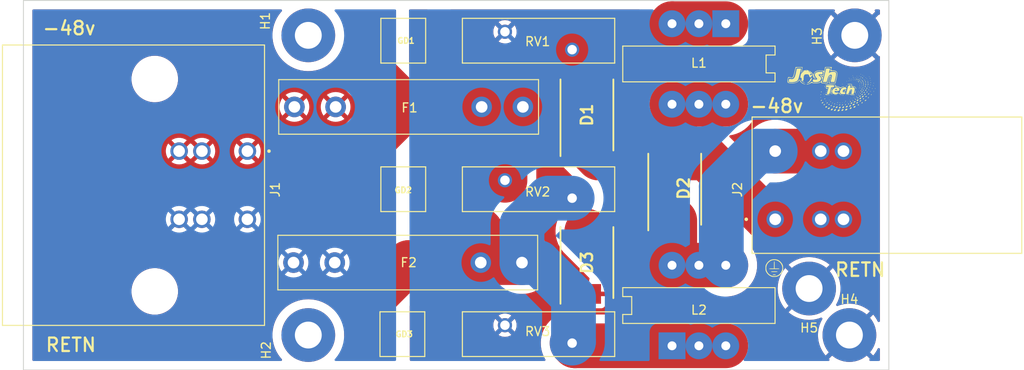
<source format=kicad_pcb>
(kicad_pcb (version 20211014) (generator pcbnew)
  (layers (0 "F.Cu" signal) (31 "B.Cu" signal) (34 "B.Paste" user) (35 "F.Paste" user) (36 "B.SilkS" user "B.Silkscreen") (37 "F.SilkS" user "F.Silkscreen") (38 "B.Mask" user) (39 "F.Mask" user) (44 "Edge.Cuts" user))
  (net 0 "")
  (net 1 "Net-(D1-Pad1)")
  (net 2 "Earth")
  (net 3 "Net-(D2-Pad1)")
  (net 4 "Net-(F1-Pad1)")
  (net 5 "Net-(F1-Pad2)")
  (net 6 "Net-(F2-Pad1)")
  (net 7 "Net-(F2-Pad2)")
  (footprint "V100ZA15P:VARRB750W81L1700T500H2250" (layer "F.Cu") (at 114.5 65.6)
    (fp_text reference "RV1" (at -0.1 0.1 180) (layer "F.SilkS"))
    (fp_text value "V100ZA15P" hide)
    (pad "1" thru_hole circle locked (at -3.75 -1) (size 1.59 1.59) (drill 1.06) (layers *.Cu *.Mask) (net 2 "Earth"))
    (pad "2" thru_hole circle locked (at 3.75 1) (size 1.59 1.59) (drill 1.06) (layers *.Cu *.Mask) (net 5 "Net-(F1-Pad2)"))
  )
  (footprint "PDU:GND" (layer "F.Cu") (at 140.8 91)
    (fp_text reference "G***" hide)
    (fp_text value "LOGO" hide)
  )
  (footprint "B88069X4760T902:MOV_B88069X4760T902" (layer "F.Cu") (at 99.4 82.2 180)
    (fp_text reference "GD2" (at 0 -0.1) (layer "F.SilkS") (effects (font (size 0.64 0.64))))
    (fp_text value "	B88069X4760T902" hide)
    (pad "1" smd rect (at -4 0 180) (size 1.8 5.8) (layers "F.Cu" "F.Paste" "F.Mask") (net 7 "Net-(F2-Pad2)"))
    (pad "3" smd rect (at 4 0 180) (size 1.8 5.8) (layers "F.Cu" "F.Paste" "F.Mask") (net 5 "Net-(F1-Pad2)"))
  )
  (footprint "V100ZA15P:VARRB750W81L1700T500H2250" (layer "F.Cu") (at 114.5 98.4 180)
    (fp_text reference "RV3" (at 0.1 0.3) (layer "F.SilkS"))
    (fp_text value "V100ZA15P" hide)
    (pad "1" thru_hole circle locked (at -3.75 -1 180) (size 1.59 1.59) (drill 1.06) (layers *.Cu *.Mask) (net 7 "Net-(F2-Pad2)"))
    (pad "2" thru_hole circle locked (at 3.75 1 180) (size 1.59 1.59) (drill 1.06) (layers *.Cu *.Mask) (net 2 "Earth"))
  )
  (footprint "PDU:EE16-SS-1" (layer "F.Cu") (at 132.4 95.2 180)
    (fp_text reference "L2" (at 0 -0.5 unlocked) (layer "F.SilkS"))
    (fp_text value "L" hide)
    (pad "1" thru_hole circle (at 0 -4.5 180) (size 3 3) (drill 1) (layers *.Cu *.Mask) (net 7 "Net-(F2-Pad2)"))
    (pad "1" thru_hole circle (at -3 -4.5 180) (size 3 3) (drill 1) (layers *.Cu *.Mask) (net 7 "Net-(F2-Pad2)"))
    (pad "1" thru_hole rect (at 3 -4.5 180) (size 3 3) (drill 1) (layers *.Cu *.Mask) (net 7 "Net-(F2-Pad2)"))
    (pad "2" thru_hole circle (at 3 4.5 180) (size 3 3) (drill 1) (layers *.Cu *.Mask) (net 3 "Net-(D2-Pad1)"))
    (pad "2" thru_hole circle (at -3 4.5 180) (size 3 3) (drill 1) (layers *.Cu *.Mask) (net 3 "Net-(D2-Pad1)"))
    (pad "2" thru_hole circle (at 0 4.5 180) (size 3 3) (drill 1) (layers *.Cu *.Mask) (net 3 "Net-(D2-Pad1)"))
  )
  (footprint "B88069X4760T902:MOV_B88069X4760T902" (layer "F.Cu") (at 99.4 65.6)
    (fp_text reference "GD1" (at 0.3 0) (layer "F.SilkS") (effects (font (size 0.64 0.64))))
    (fp_text value "	B88069X4760T902" hide)
    (pad "1" smd rect (at -4 0) (size 1.8 5.8) (layers "F.Cu" "F.Paste" "F.Mask") (net 5 "Net-(F1-Pad2)"))
    (pad "3" smd rect (at 4 0) (size 1.8 5.8) (layers "F.Cu" "F.Paste" "F.Mask") (net 2 "Earth"))
  )
  (footprint "Fuse:Fuseholder_Littelfuse_100_series_5x25mm" (layer "F.Cu") (at 87.15 90.4)
    (fp_text reference "F2" (at 12.85 0 unlocked) (layer "F.SilkS"))
    (fp_text value "20A")
    (pad "1" thru_hole circle (at 0 0) (size 2.3 2.3) (drill 1.3) (layers *.Cu *.Mask) (net 6 "Net-(F2-Pad1)"))
    (pad "1" thru_hole circle (at 4.6 0) (size 2.3 2.3) (drill 1.3) (layers *.Cu *.Mask) (net 6 "Net-(F2-Pad1)"))
    (pad "2" thru_hole circle (at 20.9 0) (size 2.3 2.3) (drill 1.3) (layers *.Cu *.Mask) (net 7 "Net-(F2-Pad2)"))
    (pad "2" thru_hole circle (at 25.5 0) (size 2.3 2.3) (drill 1.3) (layers *.Cu *.Mask) (net 7 "Net-(F2-Pad2)"))
  )
  (footprint "1720796:PHOENIX_1720796" (layer "F.Cu") (at 54.6625 66.08 -90)
    (fp_text reference "J1" (at 16.17 -30.4375 -90) (layer "F.SilkS"))
    (fp_text value "1720796" hide)
    (pad "" np_thru_hole circle locked (at 27.54 -17 270) (size 3.2 3.2) (drill 3.2) (layers *.Cu *.Mask))
    (pad "" np_thru_hole circle locked (at 3.8 -17 270) (size 3.2 3.2) (drill 3.2) (layers *.Cu *.Mask))
    (pad "1_1" thru_hole circle locked (at 11.86 -27.34 270) (size 1.95 1.95) (drill 1.3) (layers *.Cu *.Mask) (net 4 "Net-(F1-Pad1)"))
    (pad "1_2" thru_hole circle locked (at 11.86 -22.26 270) (size 1.95 1.95) (drill 1.3) (layers *.Cu *.Mask) (net 4 "Net-(F1-Pad1)"))
    (pad "1_3" thru_hole circle locked (at 11.86 -19.72 270) (size 1.95 1.95) (drill 1.3) (layers *.Cu *.Mask) (net 4 "Net-(F1-Pad1)"))
    (pad "2_1" thru_hole circle locked (at 19.48 -27.34 270) (size 1.95 1.95) (drill 1.3) (layers *.Cu *.Mask) (net 6 "Net-(F2-Pad1)"))
    (pad "2_2" thru_hole circle locked (at 19.48 -22.26 270) (size 1.95 1.95) (drill 1.3) (layers *.Cu *.Mask) (net 6 "Net-(F2-Pad1)"))
    (pad "2_3" thru_hole circle locked (at 19.48 -19.72 270) (size 1.95 1.95) (drill 1.3) (layers *.Cu *.Mask) (net 6 "Net-(F2-Pad1)"))
  )
  (footprint "V100ZA15P:VARRB750W81L1700T500H2250" (layer "F.Cu") (at 114.5 82.2)
    (fp_text reference "RV2" (at -0.1 0.3) (layer "F.SilkS"))
    (fp_text value "V100ZA15P" hide)
    (pad "1" thru_hole circle locked (at -3.75 -1) (size 1.59 1.59) (drill 1.06) (layers *.Cu *.Mask) (net 5 "Net-(F1-Pad2)"))
    (pad "2" thru_hole circle locked (at 3.75 1) (size 1.59 1.59) (drill 1.06) (layers *.Cu *.Mask) (net 7 "Net-(F2-Pad2)"))
  )
  (footprint "B88069X4760T902:MOV_B88069X4760T902" (layer "F.Cu") (at 99.3 98.4 180)
    (fp_text reference "GD3" (at -0.2 0) (layer "F.SilkS") (effects (font (size 0.64 0.64))))
    (fp_text value "	B88069X4760T902" hide)
    (pad "1" smd rect (at -4 0 180) (size 1.8 5.8) (layers "F.Cu" "F.Paste" "F.Mask") (net 2 "Earth"))
    (pad "3" smd rect (at 4 0 180) (size 1.8 5.8) (layers "F.Cu" "F.Paste" "F.Mask") (net 7 "Net-(F2-Pad2)"))
  )
  (footprint "MountingHole:MountingHole_3mm_Pad_TopBottom" (layer "F.Cu") (at 144.7 93.3)
    (fp_text reference "H5" (at 0 4.4 180) (layer "F.SilkS"))
    (fp_text value "MountingHole_Pad" hide)
    (pad "1" connect circle (at 0 0) (size 6 6) (layers "B.Cu" "B.Mask") (net 2 "Earth"))
    (pad "1" connect circle (at 0 0) (size 6 6) (layers "F.Cu" "F.Mask") (net 2 "Earth"))
    (pad "1" thru_hole circle (at 0 0) (size 3.4 3.4) (drill 3) (layers *.Cu *.Mask) (net 2 "Earth"))
  )
  (footprint "MountingHole:MountingHole_3mm_Pad_TopBottom" (layer "F.Cu") (at 149.8 65)
    (fp_text reference "H3" (at -4.2 0.1 90) (layer "F.SilkS"))
    (fp_text value "MountingHole_Pad" hide)
    (pad "1" connect circle locked (at 0 0) (size 6 6) (layers "F.Cu" "F.Mask") (net 2 "Earth"))
    (pad "1" thru_hole circle locked (at 0 0) (size 3.4 3.4) (drill 3) (layers *.Cu *.Mask) (net 2 "Earth"))
    (pad "1" connect circle locked (at 0 0) (size 6 6) (layers "B.Cu" "B.Mask") (net 2 "Earth"))
  )
  (footprint "MountingHole:MountingHole_3mm_Pad_TopBottom" (layer "F.Cu") (at 149.2 98.5)
    (fp_text reference "H4" (at 0 -4) (layer "F.SilkS"))
    (fp_text value "MountingHole_Pad" hide)
    (pad "1" thru_hole circle locked (at 0 0) (size 3.4 3.4) (drill 3) (layers *.Cu *.Mask) (net 2 "Earth"))
    (pad "1" connect circle locked (at 0 0) (size 6 6) (layers "F.Cu" "F.Mask") (net 2 "Earth"))
    (pad "1" connect circle locked (at 0 0) (size 6 6) (layers "B.Cu" "B.Mask") (net 2 "Earth"))
  )
  (footprint "Fuse:Fuseholder_Littelfuse_100_series_5x25mm" (layer "F.Cu") (at 87.25 73)
    (fp_text reference "F1" (at 12.85 0.1 unlocked) (layer "F.SilkS"))
    (fp_text value "20A")
    (pad "1" thru_hole circle (at 0 0) (size 2.3 2.3) (drill 1.3) (layers *.Cu *.Mask) (net 4 "Net-(F1-Pad1)"))
    (pad "1" thru_hole circle (at 4.6 0) (size 2.3 2.3) (drill 1.3) (layers *.Cu *.Mask) (net 4 "Net-(F1-Pad1)"))
    (pad "2" thru_hole circle (at 25.5 0) (size 2.3 2.3) (drill 1.3) (layers *.Cu *.Mask) (net 5 "Net-(F1-Pad2)"))
    (pad "2" thru_hole circle (at 20.9 0) (size 2.3 2.3) (drill 1.3) (layers *.Cu *.Mask) (net 5 "Net-(F1-Pad2)"))
  )
  (footprint "5.0SMDJ75A:DIOM7959X262N" (layer "F.Cu") (at 119.9 73.9 90)
    (fp_text reference "D1" (at 0 0 90) (layer "F.SilkS") (effects (font (size 1.27 1.27) (thickness 0.254))))
    (fp_text value "5.0SMDJ75A" hide)
    (pad "1" smd rect locked (at -3.5 0 90) (size 2.2 3.15) (layers "F.Cu" "F.Paste" "F.Mask") (net 1 "Net-(D1-Pad1)"))
    (pad "2" smd rect locked (at 3.5 0 90) (size 2.2 3.15) (layers "F.Cu" "F.Paste" "F.Mask") (net 2 "Earth"))
  )
  (footprint "PDU:EE16-SS-1" (layer "F.Cu") (at 132.4 68.2)
    (fp_text reference "L1" (at 0 -0.1 unlocked) (layer "F.SilkS"))
    (fp_text value "L" hide)
    (pad "1" thru_hole rect (at 3 -4.5) (size 3 3) (drill 1) (layers *.Cu *.Mask) (net 5 "Net-(F1-Pad2)"))
    (pad "1" thru_hole circle (at 0 -4.5) (size 3 3) (drill 1) (layers *.Cu *.Mask) (net 5 "Net-(F1-Pad2)"))
    (pad "1" thru_hole circle (at -3 -4.5) (size 3 3) (drill 1) (layers *.Cu *.Mask) (net 5 "Net-(F1-Pad2)"))
    (pad "2" thru_hole circle (at 0 4.5) (size 3 3) (drill 1) (layers *.Cu *.Mask) (net 1 "Net-(D1-Pad1)"))
    (pad "2" thru_hole circle (at 3 4.5) (size 3 3) (drill 1) (layers *.Cu *.Mask) (net 1 "Net-(D1-Pad1)"))
    (pad "2" thru_hole circle (at -3 4.5) (size 3 3) (drill 1) (layers *.Cu *.Mask) (net 1 "Net-(D1-Pad1)"))
  )
  (footprint "5.0SMDJ75A:DIOM7959X262N" (layer "F.Cu") (at 129.7 82.2 90)
    (fp_text reference "D2" (at 0.1 1 90) (layer "F.SilkS") (effects (font (size 1.27 1.27) (thickness 0.254))))
    (fp_text value "5.0SMDJ75A" hide)
    (pad "1" smd rect locked (at -3.5 0 90) (size 2.2 3.15) (layers "F.Cu" "F.Paste" "F.Mask") (net 3 "Net-(D2-Pad1)"))
    (pad "2" smd rect locked (at 3.5 0 90) (size 2.2 3.15) (layers "F.Cu" "F.Paste" "F.Mask") (net 1 "Net-(D1-Pad1)"))
  )
  (footprint "MountingHole:MountingHole_3mm_Pad_TopBottom" (layer "F.Cu") (at 88.8 98.5)
    (fp_text reference "H2" (at -4.7 1.7 90) (layer "F.SilkS"))
    (fp_text value "MountingHole_Pad" hide)
    (pad "1" thru_hole circle locked (at 0 0) (size 3.4 3.4) (drill 3) (layers *.Cu *.Mask))
    (pad "1" connect circle locked (at 0 0) (size 6 6) (layers "B.Cu" "B.Mask"))
    (pad "1" connect circle locked (at 0 0) (size 6 6) (layers "F.Cu" "F.Mask"))
  )
  (footprint "1708381:PHOENIX_1708381" (layer "F.Cu") (at 168.4375 89.37 90)
    (fp_text reference "J2" (at 7.12 -31.7375 90) (layer "F.SilkS"))
    (fp_text value "1708381" hide)
    (pad "1_1" thru_hole circle locked (at 3.81 -27.52 90) (size 1.95 1.95) (drill 1.3) (layers *.Cu *.Mask) (net 1 "Net-(D1-Pad1)"))
    (pad "1_2" thru_hole circle locked (at 3.81 -22.44 90) (size 1.95 1.95) (drill 1.3) (layers *.Cu *.Mask) (net 1 "Net-(D1-Pad1)"))
    (pad "1_3" thru_hole circle locked (at 3.81 -19.9 90) (size 1.95 1.95) (drill 1.3) (layers *.Cu *.Mask) (net 1 "Net-(D1-Pad1)"))
    (pad "2_1" thru_hole circle locked (at 11.43 -27.52 90) (size 1.95 1.95) (drill 1.3) (layers *.Cu *.Mask) (net 3 "Net-(D2-Pad1)"))
    (pad "2_2" thru_hole circle locked (at 11.43 -22.44 90) (size 1.95 1.95) (drill 1.3) (layers *.Cu *.Mask) (net 3 "Net-(D2-Pad1)"))
    (pad "2_3" thru_hole circle locked (at 11.43 -19.9 90) (size 1.95 1.95) (drill 1.3) (layers *.Cu *.Mask) (net 3 "Net-(D2-Pad1)"))
  )
  (footprint "PDU:JTS_logo" (layer "F.Cu") (at 147.2 71)
    (fp_text reference "G***" hide)
    (fp_text value "LOGO" hide)
  )
  (footprint "MountingHole:MountingHole_3mm_Pad_TopBottom" (layer "F.Cu") (at 88.8 65)
    (fp_text reference "H1" (at -4.8 -1.6 90) (layer "F.SilkS"))
    (fp_text value "MountingHole_Pad" hide)
    (pad "1" thru_hole circle locked (at 0 0) (size 3.4 3.4) (drill 3) (layers *.Cu *.Mask))
    (pad "1" connect circle locked (at 0 0) (size 6 6) (layers "F.Cu" "F.Mask"))
    (pad "1" connect circle locked (at 0 0) (size 6 6) (layers "B.Cu" "B.Mask"))
  )
  (footprint "5.0SMDJ75A:DIOM7959X262N" (layer "F.Cu") (at 119.9 90.4 90)
    (fp_text reference "D3" (at 0 0 90) (layer "F.SilkS") (effects (font (size 1.27 1.27) (thickness 0.254))))
    (fp_text value "5.0SMDJ75A" hide)
    (pad "1" smd rect locked (at -3.5 0 90) (size 2.2 3.15) (layers "F.Cu" "F.Paste" "F.Mask") (net 2 "Earth"))
    (pad "2" smd rect locked (at 3.5 0 90) (size 2.2 3.15) (layers "F.Cu" "F.Paste" "F.Mask") (net 3 "Net-(D2-Pad1)"))
  )
  (gr_rect (start 57 61.1) (end 153.6 102.4) (layer "Edge.Cuts") (width 0.1) (fill none))
  (gr_text "-48v" (at 62.1 64.2) (layer "F.SilkS") (effects (font (size 1.5 1.5) (thickness 0.25))))
  (gr_text "RETN" (at 150.4 91.2) (layer "F.SilkS") (effects (font (size 1.5 1.5) (thickness 0.25))))
  (gr_text "RETN" (at 62.3 99.6) (layer "F.SilkS") (effects (font (size 1.5 1.5) (thickness 0.25))))
  (gr_text "-48v" (at 141.1 72.9) (layer "F.SilkS") (effects (font (size 1.5 1.5) (thickness 0.25))))
  (segment (start 129.7 78.7) (end 121.2 78.7) (width 5) (layer "F.Cu") (net 1))
  (segment (start 129.7 78.7) (end 133.2 78.7) (width 5) (layer "F.Cu") (net 1))
  (segment (start 129.7 78.7) (end 129.7 73) (width 5) (layer "F.Cu") (net 1))
  (segment (start 129.7 73) (end 129.4 72.7) (width 5) (layer "F.Cu") (net 1))
  (segment (start 140.06 85.56) (end 140.9175 85.56) (width 5) (layer "F.Cu") (net 1))
  (segment (start 129.4 72.7) (end 135.4 72.7) (width 5) (layer "F.Cu") (net 1))
  (segment (start 121.2 78.7) (end 119.9 77.4) (width 5) (layer "F.Cu") (net 1))
  (segment (start 140.9175 85.56) (end 148.5375 85.56) (width 5) (layer "F.Cu") (net 1))
  (segment (start 133.2 78.7) (end 140.06 85.56) (width 5) (layer "F.Cu") (net 1))
  (segment (start 119.9 86.9) (end 122 89) (width 5) (layer "F.Cu") (net 3))
  (segment (start 135.4 90.7) (end 129.4 90.7) (width 5) (layer "F.Cu") (net 3))
  (segment (start 129.4 90.7) (end 123.7 90.7) (width 5) (layer "F.Cu") (net 3))
  (segment (start 148.5375 77.94) (end 140.9175 77.94) (width 5) (layer "F.Cu") (net 3))
  (segment (start 129.7 85.7) (end 129.7 90.4) (width 5) (layer "F.Cu") (net 3))
  (segment (start 129.7 90.4) (end 129.4 90.7) (width 5) (layer "F.Cu") (net 3))
  (segment (start 123.7 90.7) (end 119.9 86.9) (width 5) (layer "F.Cu") (net 3))
  (segment (start 140.9175 77.94) (end 138.86 77.94) (width 5) (layer "B.Cu") (net 3))
  (segment (start 138.86 77.94) (end 134.9 81.9) (width 5) (layer "B.Cu") (net 3))
  (segment (start 134.9 90.2) (end 135.4 90.7) (width 5) (layer "B.Cu") (net 3))
  (segment (start 134.9 81.9) (end 134.9 90.2) (width 5) (layer "B.Cu") (net 3))
  (segment (start 95.4 65.6) (end 95.4 68.6) (width 5) (layer "F.Cu") (net 5))
  (segment (start 95.4 68.6) (end 99.8 73) (width 5) (layer "F.Cu") (net 5))
  (segment (start 95.4 77.4) (end 99.8 73) (width 5) (layer "F.Cu") (net 5))
  (segment (start 112.75 69.15) (end 112.75 73) (width 5) (layer "F.Cu") (net 5))
  (segment (start 129.4 63.7) (end 126.5 66.6) (width 5) (layer "F.Cu") (net 5))
  (segment (start 135.4 63.7) (end 129.4 63.7) (width 5) (layer "F.Cu") (net 5))
  (segment (start 118.25 66.6) (end 115.3 66.6) (width 5) (layer "F.Cu") (net 5))
  (segment (start 115.3 66.6) (end 112.75 69.15) (width 5) (layer "F.Cu") (net 5))
  (segment (start 110.75 75) (end 112.75 73) (width 5) (layer "F.Cu") (net 5))
  (segment (start 110.75 81.2) (end 110.75 75) (width 5) (layer "F.Cu") (net 5))
  (segment (start 95.4 82.2) (end 95.4 77.4) (width 5) (layer "F.Cu") (net 5))
  (segment (start 126.5 66.6) (end 118.25 66.6) (width 5) (layer "F.Cu") (net 5))
  (segment (start 99.8 73) (end 112.75 73) (width 5) (layer "F.Cu") (net 5))
  (segment (start 118.55 99.7) (end 118.25 99.4) (width 5) (layer "F.Cu") (net 7))
  (segment (start 95.3 95.1) (end 100 90.4) (width 5) (layer "F.Cu") (net 7))
  (segment (start 95.3 98.4) (end 95.3 95.1) (width 5) (layer "F.Cu") (net 7))
  (segment (start 135.4 99.7) (end 118.55 99.7) (width 5) (layer "F.Cu") (net 7))
  (segment (start 108.05 86.85) (end 103.4 82.2) (width 5) (layer "F.Cu") (net 7))
  (segment (start 108.05 90.4) (end 108.05 86.85) (width 5) (layer "F.Cu") (net 7))
  (segment (start 100 90.4) (end 108.05 90.4) (width 5) (layer "F.Cu") (net 7))
  (segment (start 112.65 90.4) (end 108.05 90.4) (width 5) (layer "F.Cu") (net 7))
  (segment (start 118.4 99.25) (end 118.25 99.4) (width 5) (layer "B.Cu") (net 7))
  (segment (start 112.65 86.15) (end 112.65 90.4) (width 5) (layer "B.Cu") (net 7))
  (segment (start 118.25 83.2) (end 115.6 83.2) (width 5) (layer "B.Cu") (net 7))
  (segment (start 112.65 90.4) (end 114.5 90.4) (width 5) (layer "B.Cu") (net 7))
  (segment (start 114.5 90.4) (end 118.4 94.3) (width 5) (layer "B.Cu") (net 7))
  (segment (start 115.6 83.2) (end 112.65 86.15) (width 5) (layer "B.Cu") (net 7))
  (segment (start 118.4 94.3) (end 118.4 99.25) (width 5) (layer "B.Cu") (net 7))
  (zone (net 4) (net_name "Net-(F1-Pad1)") (layer "F.Cu") (connect_pads (clearance 1)) (min_thickness 0.254) (fill yes (thermal_gap 0.508) (thermal_bridge_width 0.508))
    (polygon (pts (xy 98.496878 102.393697) (xy 57 102.4) (xy 57 61.1) (xy 98.596878 61.093697)))
  )
  (zone (net 2) (net_name "Earth") (layer "F.Cu") (connect_pads (clearance 1)) (min_thickness 0.254) (fill yes (thermal_gap 0.508) (thermal_bridge_width 0.508))
    (polygon (pts (xy 153.6 102.4) (xy 100.136548 102.393858) (xy 100.036548 61.093858) (xy 153.6 61.1)))
  )
  (zone (net 6) (net_name "Net-(F2-Pad1)") (layer "B.Cu") (connect_pads (clearance 1)) (min_thickness 0.254) (fill yes (thermal_gap 0.508) (thermal_bridge_width 0.508))
    (polygon (pts (xy 98.6 102.4) (xy 57 102.4) (xy 57 61.1) (xy 98.6 61.1)))
  )
  (zone (net 2) (net_name "Earth") (layer "B.Cu") (connect_pads (clearance 1)) (min_thickness 0.254) (fill yes (thermal_gap 0.508) (thermal_bridge_width 0.508))
    (polygon (pts (xy 153.6 102.4) (xy 100.136548 102.393858) (xy 100.036548 61.093858) (xy 153.6 61.1)))
  )
)
</source>
